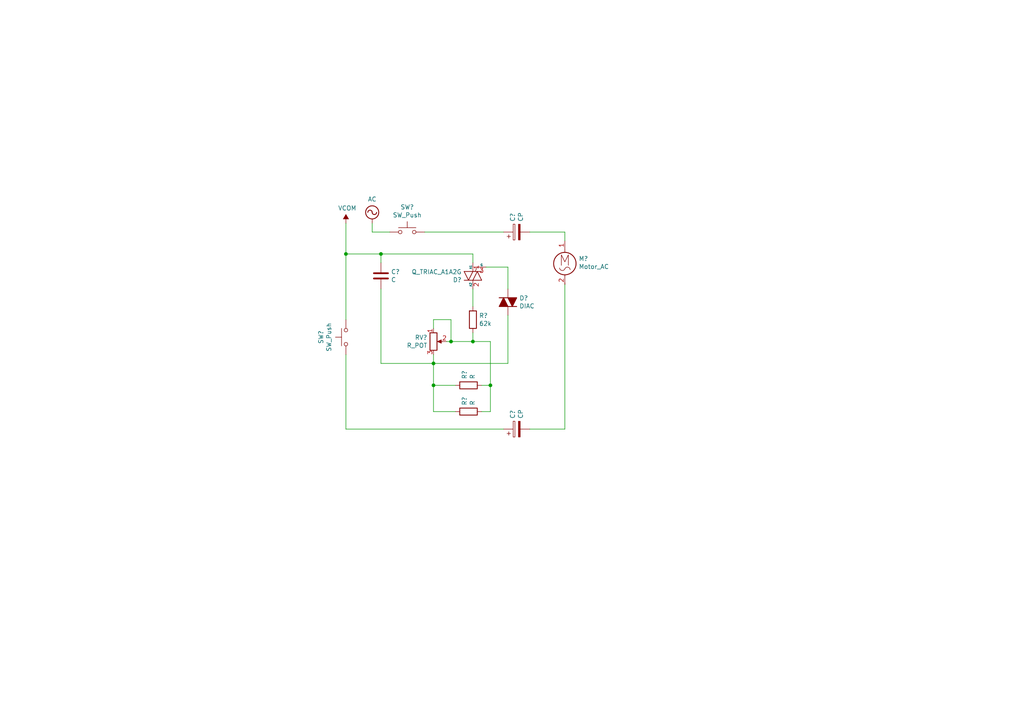
<source format=kicad_sch>
(kicad_sch (version 20231120) (generator "eeschema") (generator_version "8.0")
  (paper "A4")
  (lib_symbols
    (symbol "Device:C" (pin_numbers hide) (pin_names (offset 0.254))
      (property "Reference" "C" (at 0.635 2.54 0))
      (property "Value" "C" (at 0.635 -2.54 0))
      (symbol "C_0_1"
        (polyline (pts (xy -2.032 -0.762) (xy 2.032 -0.762)) (stroke (width 0.508)))
        (polyline (pts (xy -2.032 0.762) (xy 2.032 0.762)) (stroke (width 0.508)))
      )
      (symbol "C_1_1"
        (pin passive line (at 0 3.81 270) (length 2.794) (name "~") (number "1"))
        (pin passive line (at 0 -3.81 90) (length 2.794) (name "~") (number "2"))
      )
    )
    (symbol "Device:DIAC" (pin_numbers hide) (pin_names (offset 1.016) hide)
      (property "Reference" "D" (at 0 3.81 0))
      (property "Value" "DIAC" (at 0 -3.81 0))
      (symbol "DIAC_0_1"
        (polyline (pts (xy -1.27 -2.54) (xy -1.27 2.54) (xy 1.27 1.27) (xy -1.27 0)) (stroke (width 0.254)) (fill (type outline)))
        (polyline (pts (xy 1.27 2.54) (xy 1.27 -2.54) (xy -1.27 -1.27) (xy 1.27 0)) (stroke (width 0.254)) (fill (type outline)))
      )
      (symbol "DIAC_1_1"
        (pin passive line (at -3.81 0 0) (length 2.54) (name "K") (number "1"))
        (pin passive line (at 3.81 0 180) (length 2.54) (name "A") (number "2"))
      )
    )
    (symbol "Device:Q_TRIAC_A1A2G" (pin_names (offset 0))
      (property "Reference" "D" (at 3.175 0.635 0))
      (property "Value" "Q_TRIAC_A1A2G" (at 3.175 -1.27 0))
      (symbol "Q_TRIAC_A1A2G_0_1"
        (polyline (pts (xy -2.54 -1.27) (xy 2.54 -1.27)) (stroke (width 0.2032)))
        (polyline (pts (xy -2.54 1.27) (xy 2.54 1.27)) (stroke (width 0.2032)))
        (polyline (pts (xy -1.27 -2.54) (xy -0.635 -1.27)))
        (polyline (pts (xy -2.54 1.27) (xy -1.27 -1.27) (xy 0 1.27)) (stroke (width 0.2032)))
        (polyline (pts (xy 0 -1.27) (xy 1.27 1.27) (xy 2.54 -1.27)) (stroke (width 0.2032)))
      )
      (symbol "Q_TRIAC_A1A2G_1_1"
        (pin passive line (at 0 -3.81 90) (length 2.54) (name "A1") (number "1"))
        (pin passive line (at 0 3.81 270) (length 2.54) (name "A2") (number "2"))
        (pin input line (at -3.81 -2.54 0) (length 2.54) (name "G") (number "3"))
      )
    )
    (symbol "Device:R" (pin_numbers hide) (pin_names (offset 0))
      (property "Reference" "R" (at 2.032 0 90))
      (property "Value" "R" (at 0 0 90))
      (symbol "R_0_1"
        (rectangle (start -1.016 -2.54) (end 1.016 2.54) (stroke (width 0.254)))
      )
      (symbol "R_1_1"
        (pin passive line (at 0 3.81 270) (length 1.27) (name "~") (number "1"))
        (pin passive line (at 0 -3.81 90) (length 1.27) (name "~") (number "2"))
      )
    )
    (symbol "Motor:Motor_AC" (pin_names (offset 0))
      (property "Reference" "M" (at 2.54 2.54 0))
      (property "Value" "Motor_AC" (at 2.54 -5.08 0))
      (symbol "Motor_AC_0_0"
        (arc (start -1.524 -2.794) (mid -0.8654 -3.5217) (end 0 -3.048))
        (polyline (pts (xy -1.016 -2.032) (xy -1.016 1.016) (xy 0 -1.016) (xy 1.016 1.016) (xy 1.016 -2.032)))
        (arc (start 1.524 -3.302) (mid 0.85 -2.5503) (end 0 -3.048))
      )
      (symbol "Motor_AC_0_1"
        (circle (center 0 -1.524) (radius 3.2512) (stroke (width 0.254)))
        (polyline (pts (xy 0 -7.62) (xy 0 -7.112)))
        (polyline (pts (xy 0 -4.7752) (xy 0 -5.1816)))
        (polyline (pts (xy 0 1.7272) (xy 0 2.0828)))
        (polyline (pts (xy 0 2.032) (xy 0 2.54)))
      )
      (symbol "Motor_AC_1_1"
        (pin passive line (at 0 5.08 270) (length 2.54) (name "~") (number "1"))
        (pin passive line (at 0 -7.62 90) (length 2.54) (name "~") (number "2"))
      )
    )
    (symbol "Switch:SW_Push" (pin_numbers hide) (pin_names (offset 1.016) hide)
      (property "Reference" "SW" (at 1.27 2.54 0))
      (property "Value" "SW_Push" (at 0 -1.524 0))
      (symbol "SW_Push_0_1"
        (circle (center -2.032 0) (radius 0.508))
        (polyline (pts (xy 0 1.27) (xy 0 3.048)))
        (polyline (pts (xy 2.54 1.27) (xy -2.54 1.27)))
        (circle (center 2.032 0) (radius 0.508))
        (pin passive line (at -5.08 0 0) (length 2.54) (name "1") (number "1"))
        (pin passive line (at 5.08 0 180) (length 2.54) (name "2") (number "2"))
      )
    )
    (symbol "ardHighVoltageProgrammer-rescue:CP-Device" (pin_numbers hide) (pin_names (offset 0.254))
      (property "Reference" "C" (at 0.635 2.54 0))
      (property "Value" "CP-Device" (at 0.635 -2.54 0))
      (symbol "CP-Device_0_1"
        (rectangle (start -2.286 0.508) (end 2.286 1.016))
        (polyline (pts (xy -1.778 2.286) (xy -0.762 2.286)))
        (polyline (pts (xy -1.27 2.794) (xy -1.27 1.778)))
        (rectangle (start 2.286 -0.508) (end -2.286 -1.016) (fill (type outline)))
      )
      (symbol "CP-Device_1_1"
        (pin passive line (at 0 3.81 270) (length 2.794) (name "~") (number "1"))
        (pin passive line (at 0 -3.81 90) (length 2.794) (name "~") (number "2"))
      )
    )
    (symbol "ardHighVoltageProgrammer-rescue:R_POT-Device" (pin_names (offset 1.016) hide)
      (property "Reference" "RV" (at -4.445 0 90))
      (property "Value" "R_POT-Device" (at -2.54 0 90))
      (symbol "R_POT-Device_0_1"
        (polyline (pts (xy 2.54 0) (xy 1.524 0)))
        (polyline (pts (xy 1.143 0) (xy 2.286 0.508) (xy 2.286 -0.508) (xy 1.143 0)) (fill (type outline)))
        (rectangle (start 1.016 2.54) (end -1.016 -2.54) (stroke (width 0.254)))
      )
      (symbol "R_POT-Device_1_1"
        (pin passive line (at 0 3.81 270) (length 1.27) (name "1") (number "1"))
        (pin passive line (at 3.81 0 180) (length 1.27) (name "2") (number "2"))
        (pin passive line (at 0 -3.81 90) (length 1.27) (name "3") (number "3"))
      )
    )
    (symbol "power:AC" (power) (pin_names (offset 0))
      (property "Value" "AC" (at 0 6.35 0))
      (symbol "AC_0_1"
        (polyline (pts (xy 0 0) (xy 0 1.27)))
        (arc (start 0 3.175) (mid -0.635 3.8072) (end -1.27 3.175) (stroke (width 0.254)))
        (arc (start 0 3.175) (mid 0.635 2.5427) (end 1.27 3.175) (stroke (width 0.254)))
        (circle (center 0 3.175) (radius 1.905) (stroke (width 0.254)))
      )
      (symbol "AC_1_1"
        (pin power_in line (at 0 0 90) (length 0) hide (name "AC") (number "1"))
      )
    )
    (symbol "power:VCOM" (power) (pin_names (offset 0))
      (property "Value" "VCOM" (at 0 3.81 0))
      (symbol "VCOM_0_1"
        (polyline (pts (xy 0 0) (xy 0 2.54)))
        (polyline (pts (xy 0.762 1.27) (xy -0.762 1.27) (xy 0 2.54) (xy 0.762 1.27)) (fill (type outline)))
      )
      (symbol "VCOM_1_1"
        (pin power_in line (at 0 0 90) (length 0) hide (name "VCOM") (number "1"))
      )
    )
  )
  (junction (at 125.73 105.41))
  (junction (at 130.81 99.06))
  (junction (at 125.73 111.76))
  (junction (at 110.49 73.66))
  (junction (at 100.33 73.66))
  (junction (at 137.16 99.06))
  (junction (at 142.24 111.76))
  (wire (pts (xy 163.83 124.46) (xy 153.67 124.46)))
  (wire (pts (xy 100.33 73.66) (xy 100.33 92.71)))
  (wire (pts (xy 125.73 119.38) (xy 125.73 111.76)))
  (wire (pts (xy 163.83 82.55) (xy 163.83 124.46)))
  (wire (pts (xy 137.16 88.9) (xy 137.16 83.82)))
  (wire (pts (xy 142.24 99.06) (xy 137.16 99.06)))
  (wire (pts (xy 125.73 111.76) (xy 125.73 105.41)))
  (wire (pts (xy 163.83 69.85) (xy 163.83 67.31)))
  (wire (pts (xy 110.49 73.66) (xy 100.33 73.66)))
  (wire (pts (xy 132.08 119.38) (xy 125.73 119.38)))
  (wire (pts (xy 125.73 105.41) (xy 147.32 105.41)))
  (wire (pts (xy 132.08 111.76) (xy 125.73 111.76)))
  (wire (pts (xy 142.24 111.76) (xy 142.24 99.06)))
  (wire (pts (xy 125.73 92.71) (xy 130.81 92.71)))
  (wire (pts (xy 146.05 67.31) (xy 123.19 67.31)))
  (wire (pts (xy 163.83 67.31) (xy 153.67 67.31)))
  (wire (pts (xy 113.03 67.31) (xy 107.95 67.31)))
  (wire (pts (xy 129.54 99.06) (xy 130.81 99.06)))
  (wire (pts (xy 100.33 64.77) (xy 100.33 73.66)))
  (wire (pts (xy 100.33 124.46) (xy 100.33 102.87)))
  (wire (pts (xy 125.73 102.87) (xy 125.73 105.41)))
  (wire (pts (xy 137.16 76.2) (xy 137.16 73.66)))
  (wire (pts (xy 142.24 119.38) (xy 142.24 111.76)))
  (wire (pts (xy 125.73 95.25) (xy 125.73 92.71)))
  (wire (pts (xy 110.49 105.41) (xy 110.49 83.82)))
  (wire (pts (xy 110.49 76.2) (xy 110.49 73.66)))
  (wire (pts (xy 130.81 92.71) (xy 130.81 99.06)))
  (wire (pts (xy 125.73 105.41) (xy 110.49 105.41)))
  (wire (pts (xy 147.32 105.41) (xy 147.32 91.44)))
  (wire (pts (xy 147.32 83.82) (xy 147.32 77.47)))
  (wire (pts (xy 137.16 99.06) (xy 137.16 96.52)))
  (wire (pts (xy 146.05 124.46) (xy 100.33 124.46)))
  (wire (pts (xy 139.7 119.38) (xy 142.24 119.38)))
  (wire (pts (xy 107.95 67.31) (xy 107.95 64.77)))
  (wire (pts (xy 147.32 77.47) (xy 140.97 77.47)))
  (wire (pts (xy 130.81 99.06) (xy 137.16 99.06)))
  (wire (pts (xy 137.16 73.66) (xy 110.49 73.66)))
  (wire (pts (xy 139.7 111.76) (xy 142.24 111.76)))
  (symbol (lib_id "Device:Q_TRIAC_A1A2G") (at 137.16 80.01 180) (unit 1)
    (property "Reference" "D?" (at 133.9088 81.1784 0) (effects (justify left)))
    (property "Value" "Q_TRIAC_A1A2G" (at 133.9088 78.867 0) (effects (justify left)))
  )
  (symbol (lib_id "ardHighVoltageProgrammer-rescue:R_POT-Device") (at 125.73 99.06 0) (unit 1)
    (property "Reference" "RV?" (at 123.9774 97.8916 0) (effects (justify right)))
    (property "Value" "R_POT" (at 123.9774 100.203 0) (effects (justify right)))
  )
  (symbol (lib_id "Device:R") (at 137.16 92.71 0) (unit 1)
    (property "Reference" "R?" (at 138.938 91.5416 0) (effects (justify left)))
    (property "Value" "62k" (at 138.938 93.853 0) (effects (justify left)))
  )
  (symbol (lib_id "Device:R") (at 135.89 111.76 90) (unit 1)
    (property "Reference" "R?" (at 134.7216 109.982 0) (effects (justify left)))
    (property "Value" "R" (at 137.033 109.982 0) (effects (justify left)))
  )
  (symbol (lib_id "Device:R") (at 135.89 119.38 90) (unit 1)
    (property "Reference" "R?" (at 134.7216 117.602 0) (effects (justify left)))
    (property "Value" "R" (at 137.033 117.602 0) (effects (justify left)))
  )
  (symbol (lib_id "ardHighVoltageProgrammer-rescue:CP-Device") (at 149.86 124.46 90) (unit 1)
    (property "Reference" "C?" (at 148.6916 121.4628 0) (effects (justify left)))
    (property "Value" "CP" (at 151.003 121.4628 0) (effects (justify left)))
  )
  (symbol (lib_id "ardHighVoltageProgrammer-rescue:CP-Device") (at 149.86 67.31 90) (unit 1)
    (property "Reference" "C?" (at 148.6916 64.3128 0) (effects (justify left)))
    (property "Value" "CP" (at 151.003 64.3128 0) (effects (justify left)))
  )
  (symbol (lib_id "Device:C") (at 110.49 80.01 0) (unit 1)
    (property "Reference" "C?" (at 113.411 78.8416 0) (effects (justify left)))
    (property "Value" "C" (at 113.411 81.153 0) (effects (justify left)))
  )
  (symbol (lib_id "power:AC") (at 107.95 64.77 0) (unit 1)
    (property "Reference" "#PWR?" (effects (hide yes)))
    (property "Value" "AC" (at 107.95 57.785 0))
  )
  (symbol (lib_id "power:VCOM") (at 100.33 64.77 0) (unit 1)
    (property "Reference" "#PWR?" (effects (hide yes)))
    (property "Value" "VCOM" (at 100.711 60.3758 0))
  )
  (symbol (lib_id "Switch:SW_Push") (at 118.11 67.31 0) (unit 1)
    (property "Reference" "SW?" (at 118.11 60.071 0))
    (property "Value" "SW_Push" (at 118.11 62.3824 0))
  )
  (symbol (lib_id "Motor:Motor_AC") (at 163.83 74.93 0) (unit 1)
    (property "Reference" "M?" (at 167.8432 75.0316 0) (effects (justify left)))
    (property "Value" "Motor_AC" (at 167.8432 77.343 0) (effects (justify left)))
  )
  (symbol (lib_id "Switch:SW_Push") (at 100.33 97.79 90) (unit 1)
    (property "Reference" "SW?" (at 93.091 97.79 0))
    (property "Value" "SW_Push" (at 95.4024 97.79 0))
  )
  (symbol (lib_id "Device:DIAC") (at 147.32 87.63 270) (unit 1)
    (property "Reference" "D?" (at 150.622 86.4616 90) (effects (justify left)))
    (property "Value" "DIAC" (at 150.622 88.773 90) (effects (justify left)))
  )
)
</source>
